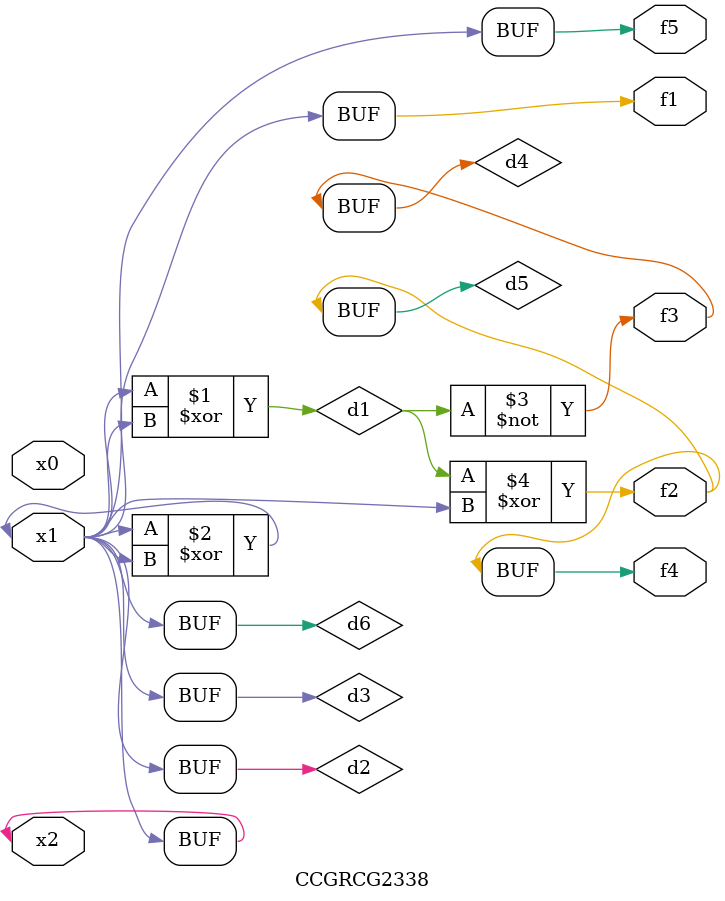
<source format=v>
module CCGRCG2338(
	input x0, x1, x2,
	output f1, f2, f3, f4, f5
);

	wire d1, d2, d3, d4, d5, d6;

	xor (d1, x1, x2);
	buf (d2, x1, x2);
	xor (d3, x1, x2);
	nor (d4, d1);
	xor (d5, d1, d2);
	buf (d6, d2, d3);
	assign f1 = d6;
	assign f2 = d5;
	assign f3 = d4;
	assign f4 = d5;
	assign f5 = d6;
endmodule

</source>
